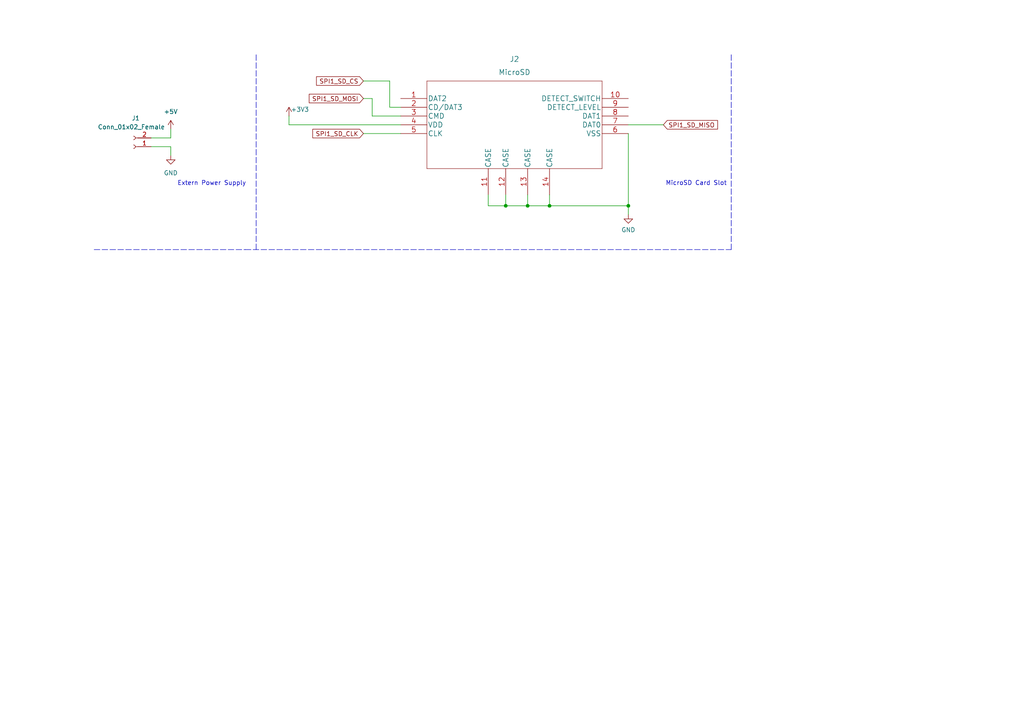
<source format=kicad_sch>
(kicad_sch (version 20211123) (generator eeschema)
  (paper "A4")
  (lib_symbols
    (symbol "Connector:Conn_01x02_Female" (pin_names (offset 1.016) hide)
      (property "Reference" "J" (at 0 2.54 0))
      (property "Value" "Conn_01x02_Female" (at 0 -5.08 0))
      (symbol "Conn_01x02_Female_1_1"
        (arc (start 0 -2.032) (mid -0.508 -2.54) (end 0 -3.048) (stroke (width 0.1524)))
        (polyline (pts (xy -1.27 -2.54) (xy -0.508 -2.54)) (stroke (width 0.1524)))
        (polyline (pts (xy -1.27 0) (xy -0.508 0)) (stroke (width 0.1524)))
        (arc (start 0 0.508) (mid -0.508 0) (end 0 -0.508) (stroke (width 0.1524)))
        (pin passive line (at -5.08 0 0) (length 3.81) (name "Pin_1") (number "1"))
        (pin passive line (at -5.08 -2.54 0) (length 3.81) (name "Pin_2") (number "2"))
      )
    )
    (symbol "MicroSD:5033981892" (pin_names (offset 0.254))
      (property "Reference" "J2" (at 33.02 11.43 0))
      (property "Value" "MicroSD" (at 33.02 7.62 0))
      (symbol "5033981892_1_1"
        (polyline (pts (xy 7.62 -20.32) (xy 58.42 -20.32)) (stroke (width 0.127)))
        (polyline (pts (xy 7.62 5.08) (xy 7.62 -20.32)) (stroke (width 0.127)))
        (polyline (pts (xy 58.42 -20.32) (xy 58.42 5.08)) (stroke (width 0.127)))
        (polyline (pts (xy 58.42 5.08) (xy 7.62 5.08)) (stroke (width 0.127)))
        (pin bidirectional line (at 0 0 0) (length 7.62) (name "DAT2") (number "1"))
        (pin unspecified line (at 66.04 0 180) (length 7.62) (name "DETECT_SWITCH") (number "10"))
        (pin power_in line (at 25.4 -27.94 90) (length 7.62) (name "CASE") (number "11"))
        (pin power_in line (at 30.48 -27.94 90) (length 7.62) (name "CASE") (number "12"))
        (pin power_in line (at 36.83 -27.94 90) (length 7.62) (name "CASE") (number "13"))
        (pin power_in line (at 43.18 -27.94 90) (length 7.62) (name "CASE") (number "14"))
        (pin unspecified line (at 0 -2.54 0) (length 7.62) (name "CD/DAT3") (number "2"))
        (pin unspecified line (at 0 -5.08 0) (length 7.62) (name "CMD") (number "3"))
        (pin power_in line (at 0 -7.62 0) (length 7.62) (name "VDD") (number "4"))
        (pin unspecified line (at 0 -10.16 0) (length 7.62) (name "CLK") (number "5"))
        (pin power_in line (at 66.04 -10.16 180) (length 7.62) (name "VSS") (number "6"))
        (pin bidirectional line (at 66.04 -7.62 180) (length 7.62) (name "DAT0") (number "7"))
        (pin bidirectional line (at 66.04 -5.08 180) (length 7.62) (name "DAT1") (number "8"))
        (pin unspecified line (at 66.04 -2.54 180) (length 7.62) (name "DETECT_LEVEL") (number "9"))
      )
    )
    (symbol "power:+3V3" (power) (pin_names (offset 0))
      (property "Value" "+3V3" (at 0 3.556 0))
      (symbol "+3V3_0_1"
        (polyline (pts (xy -0.762 1.27) (xy 0 2.54)))
        (polyline (pts (xy 0 0) (xy 0 2.54)))
        (polyline (pts (xy 0 2.54) (xy 0.762 1.27)))
      )
      (symbol "+3V3_1_1"
        (pin power_in line (at 0 0 90) (length 0) hide (name "+3V3") (number "1"))
      )
    )
    (symbol "power:+5V" (power) (pin_names (offset 0))
      (property "Value" "+5V" (at 0 3.556 0))
      (symbol "+5V_0_1"
        (polyline (pts (xy -0.762 1.27) (xy 0 2.54)))
        (polyline (pts (xy 0 0) (xy 0 2.54)))
        (polyline (pts (xy 0 2.54) (xy 0.762 1.27)))
      )
      (symbol "+5V_1_1"
        (pin power_in line (at 0 0 90) (length 0) hide (name "+5V") (number "1"))
      )
    )
    (symbol "power:GND" (power) (pin_names (offset 0))
      (property "Value" "GND" (at 0 -3.81 0))
      (symbol "GND_0_1"
        (polyline (pts (xy 0 0) (xy 0 -1.27) (xy 1.27 -1.27) (xy 0 -2.54) (xy -1.27 -1.27) (xy 0 -1.27)))
      )
      (symbol "GND_1_1"
        (pin power_in line (at 0 0 270) (length 0) hide (name "GND") (number "1"))
      )
    )
  )
  (junction (at 182.245 59.69))
  (junction (at 153.035 59.69))
  (junction (at 159.385 59.69))
  (junction (at 146.685 59.69))
  (wire (pts (xy 113.03 23.495) (xy 113.03 31.115)))
  (wire (pts (xy 116.205 36.195) (xy 83.82 36.195)))
  (wire (pts (xy 146.685 56.515) (xy 146.685 59.69)))
  (wire (pts (xy 182.245 38.735) (xy 182.245 59.69)))
  (wire (pts (xy 43.815 42.545) (xy 49.53 42.545)))
  (wire (pts (xy 105.41 28.575) (xy 107.95 28.575)))
  (wire (pts (xy 49.53 42.545) (xy 49.53 45.085)))
  (wire (pts (xy 141.605 59.69) (xy 146.685 59.69)))
  (wire (pts (xy 182.245 36.195) (xy 192.405 36.195)))
  (polyline (pts (xy 71.12 72.39) (xy 212.09 72.39)))
  (wire (pts (xy 83.82 36.195) (xy 83.82 33.655)))
  (wire (pts (xy 105.41 38.735) (xy 116.205 38.735)))
  (wire (pts (xy 113.03 31.115) (xy 116.205 31.115)))
  (wire (pts (xy 159.385 56.515) (xy 159.385 59.69)))
  (wire (pts (xy 159.385 59.69) (xy 182.245 59.69)))
  (wire (pts (xy 146.685 59.69) (xy 153.035 59.69)))
  (wire (pts (xy 107.95 33.655) (xy 116.205 33.655)))
  (wire (pts (xy 153.035 59.69) (xy 159.385 59.69)))
  (wire (pts (xy 141.605 56.515) (xy 141.605 59.69)))
  (wire (pts (xy 49.53 37.465) (xy 49.53 40.005)))
  (wire (pts (xy 107.95 28.575) (xy 107.95 33.655)))
  (polyline (pts (xy 27.305 72.39) (xy 71.12 72.39)))
  (wire (pts (xy 153.035 56.515) (xy 153.035 59.69)))
  (wire (pts (xy 182.245 59.69) (xy 182.245 62.23)))
  (wire (pts (xy 105.41 23.495) (xy 113.03 23.495)))
  (polyline (pts (xy 74.295 15.875) (xy 74.295 72.39)))
  (polyline (pts (xy 212.09 15.875) (xy 212.09 72.39)))
  (wire (pts (xy 43.815 40.005) (xy 49.53 40.005)))
  (text "Extern Power Supply" (at 51.435 53.975 0) (effects (font (size 1.27 1.27)) (justify left bottom)))
  (text "MicroSD Card Slot" (at 193.04 53.975 0) (effects (font (size 1.27 1.27)) (justify left bottom)))
  (global_label "SPI1_SD_MOSI" (shape input) (at 105.41 28.575 180) (property "Intersheet References" "${INTERSHEET_REFS}" (effects hide)))
  (global_label "SPI1_SD_MISO" (shape input) (at 192.405 36.195 0) (property "Intersheet References" "${INTERSHEET_REFS}" (effects hide)))
  (global_label "SPI1_SD_CLK" (shape input) (at 105.41 38.735 180) (property "Intersheet References" "${INTERSHEET_REFS}" (effects hide)))
  (global_label "SPI1_SD_CS" (shape input) (at 105.41 23.495 180) (property "Intersheet References" "${INTERSHEET_REFS}" (effects hide)))
  (symbol (lib_id "power:GND") (at 49.53 45.085 0) (unit 1)
    (property "Reference" "#PWR02" (effects hide))
    (property "Value" "GND" (at 49.53 50.165 0))
  )
  (symbol (lib_id "power:+5V") (at 49.53 37.465 0) (unit 1)
    (property "Reference" "#PWR01" (effects hide))
    (property "Value" "+5V" (at 49.53 32.385 0))
  )
  (symbol (lib_id "power:GND") (at 182.245 62.23 0) (unit 1)
    (property "Reference" "#PWR0102" (effects hide))
    (property "Value" "GND" (at 182.245 66.675 0))
  )
  (symbol (lib_id "MicroSD:5033981892") (at 116.205 28.575 0) (unit 1)
    (property "Reference" "J2" (at 149.225 17.145 0) (effects (font (size 1.524 1.524))))
    (property "Value" "MicroSD" (at 149.225 20.955 0) (effects (font (size 1.524 1.524))))
    (property "Footprint" "KiCAD Footprints:MicroSD" (effects hide))
    (property "Datasheet" "https://www.farnell.com/datasheets/2701368.pdf" (effects hide))
  )
  (symbol (lib_id "power:+3V3") (at 83.82 33.655 0) (unit 1)
    (property "Reference" "#PWR0101" (effects hide))
    (property "Value" "+3V3" (at 86.995 31.75 0))
  )
  (symbol (lib_id "Connector:Conn_01x02_Female") (at 38.735 42.545 180) (unit 1)
    (property "Reference" "J1" (at 39.37 34.29 0))
    (property "Value" "Conn_01x02_Female" (at 38.1 36.83 0))
    (property "Footprint" "Connector_JST:JST_EH_B2B-EH-A_1x02_P2.50mm_Vertical" (effects hide))
  )
)
</source>
